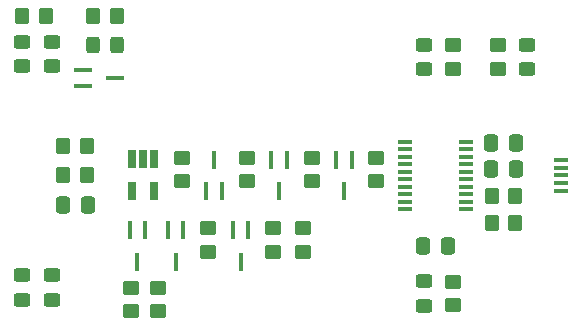
<source format=gbr>
%TF.GenerationSoftware,KiCad,Pcbnew,(6.0.7)*%
%TF.CreationDate,2023-04-03T16:37:46-04:00*%
%TF.ProjectId,minirib-usb,6d696e69-7269-4622-9d75-73622e6b6963,D*%
%TF.SameCoordinates,Original*%
%TF.FileFunction,Paste,Top*%
%TF.FilePolarity,Positive*%
%FSLAX46Y46*%
G04 Gerber Fmt 4.6, Leading zero omitted, Abs format (unit mm)*
G04 Created by KiCad (PCBNEW (6.0.7)) date 2023-04-03 16:37:46*
%MOMM*%
%LPD*%
G01*
G04 APERTURE LIST*
G04 Aperture macros list*
%AMRoundRect*
0 Rectangle with rounded corners*
0 $1 Rounding radius*
0 $2 $3 $4 $5 $6 $7 $8 $9 X,Y pos of 4 corners*
0 Add a 4 corners polygon primitive as box body*
4,1,4,$2,$3,$4,$5,$6,$7,$8,$9,$2,$3,0*
0 Add four circle primitives for the rounded corners*
1,1,$1+$1,$2,$3*
1,1,$1+$1,$4,$5*
1,1,$1+$1,$6,$7*
1,1,$1+$1,$8,$9*
0 Add four rect primitives between the rounded corners*
20,1,$1+$1,$2,$3,$4,$5,0*
20,1,$1+$1,$4,$5,$6,$7,0*
20,1,$1+$1,$6,$7,$8,$9,0*
20,1,$1+$1,$8,$9,$2,$3,0*%
G04 Aperture macros list end*
%ADD10RoundRect,0.250000X0.450000X-0.350000X0.450000X0.350000X-0.450000X0.350000X-0.450000X-0.350000X0*%
%ADD11RoundRect,0.250000X-0.450000X0.325000X-0.450000X-0.325000X0.450000X-0.325000X0.450000X0.325000X0*%
%ADD12R,1.300000X0.450000*%
%ADD13RoundRect,0.250000X-0.450000X0.350000X-0.450000X-0.350000X0.450000X-0.350000X0.450000X0.350000X0*%
%ADD14RoundRect,0.250000X-0.350000X-0.450000X0.350000X-0.450000X0.350000X0.450000X-0.350000X0.450000X0*%
%ADD15RoundRect,0.250000X0.450000X-0.325000X0.450000X0.325000X-0.450000X0.325000X-0.450000X-0.325000X0*%
%ADD16R,0.650000X1.560000*%
%ADD17R,0.450000X1.500000*%
%ADD18RoundRect,0.250000X0.337500X0.475000X-0.337500X0.475000X-0.337500X-0.475000X0.337500X-0.475000X0*%
%ADD19RoundRect,0.250000X0.350000X0.450000X-0.350000X0.450000X-0.350000X-0.450000X0.350000X-0.450000X0*%
%ADD20RoundRect,0.250000X0.325000X0.450000X-0.325000X0.450000X-0.325000X-0.450000X0.325000X-0.450000X0*%
%ADD21RoundRect,0.250000X-0.337500X-0.475000X0.337500X-0.475000X0.337500X0.475000X-0.337500X0.475000X0*%
%ADD22R,1.200000X0.400000*%
%ADD23R,1.500000X0.450000*%
G04 APERTURE END LIST*
D10*
%TO.C,R10*%
X133000000Y-105500000D03*
X133000000Y-103500000D03*
%TD*%
D11*
%TO.C,D3*%
X108500000Y-113475000D03*
X108500000Y-115525000D03*
%TD*%
D12*
%TO.C,J1*%
X154100000Y-106300000D03*
X154100000Y-105650000D03*
X154100000Y-105000000D03*
X154100000Y-104350000D03*
X154100000Y-103700000D03*
%TD*%
D13*
%TO.C,R3*%
X129750000Y-109500000D03*
X129750000Y-111500000D03*
%TD*%
D14*
%TO.C,R1*%
X148255000Y-106750000D03*
X150255000Y-106750000D03*
%TD*%
%TO.C,R14*%
X114500000Y-91500000D03*
X116500000Y-91500000D03*
%TD*%
D15*
%TO.C,D7*%
X142500000Y-96025000D03*
X142500000Y-93975000D03*
%TD*%
D16*
%TO.C,U2*%
X119700000Y-103650000D03*
X118750000Y-103650000D03*
X117800000Y-103650000D03*
X117800000Y-106350000D03*
X119700000Y-106350000D03*
%TD*%
D14*
%TO.C,R13*%
X108500000Y-91500000D03*
X110500000Y-91500000D03*
%TD*%
D17*
%TO.C,Q2*%
X122150000Y-109670000D03*
X120850000Y-109670000D03*
X121500000Y-112330000D03*
%TD*%
D11*
%TO.C,D4*%
X111000000Y-113475000D03*
X111000000Y-115525000D03*
%TD*%
D18*
%TO.C,C2*%
X144537500Y-111000000D03*
X142462500Y-111000000D03*
%TD*%
D10*
%TO.C,R15*%
X122000000Y-105500000D03*
X122000000Y-103500000D03*
%TD*%
D14*
%TO.C,R7*%
X112000000Y-105000000D03*
X114000000Y-105000000D03*
%TD*%
D19*
%TO.C,R6*%
X114000000Y-102500000D03*
X112000000Y-102500000D03*
%TD*%
D10*
%TO.C,R5*%
X117750000Y-116500000D03*
X117750000Y-114500000D03*
%TD*%
D20*
%TO.C,D6*%
X116525000Y-94000000D03*
X114475000Y-94000000D03*
%TD*%
D13*
%TO.C,R12*%
X148750000Y-94000000D03*
X148750000Y-96000000D03*
%TD*%
%TO.C,R16*%
X127500000Y-103500000D03*
X127500000Y-105500000D03*
%TD*%
D21*
%TO.C,C3*%
X111962500Y-107500000D03*
X114037500Y-107500000D03*
%TD*%
D19*
%TO.C,R2*%
X150250000Y-109000000D03*
X148250000Y-109000000D03*
%TD*%
D10*
%TO.C,R11*%
X132250000Y-111500000D03*
X132250000Y-109500000D03*
%TD*%
%TO.C,R18*%
X145000000Y-116000000D03*
X145000000Y-114000000D03*
%TD*%
D17*
%TO.C,Q3*%
X118900000Y-109670000D03*
X117600000Y-109670000D03*
X118250000Y-112330000D03*
%TD*%
D18*
%TO.C,C1*%
X150292500Y-104500000D03*
X148217500Y-104500000D03*
%TD*%
D17*
%TO.C,Q1*%
X127650000Y-109670000D03*
X126350000Y-109670000D03*
X127000000Y-112330000D03*
%TD*%
D13*
%TO.C,R17*%
X145000000Y-94000000D03*
X145000000Y-96000000D03*
%TD*%
D22*
%TO.C,U1*%
X140900000Y-102137500D03*
X140900000Y-102772500D03*
X140900000Y-103407500D03*
X140900000Y-104042500D03*
X140900000Y-104677500D03*
X140900000Y-105312500D03*
X140900000Y-105947500D03*
X140900000Y-106582500D03*
X140900000Y-107217500D03*
X140900000Y-107852500D03*
X146100000Y-107852500D03*
X146100000Y-107217500D03*
X146100000Y-106582500D03*
X146100000Y-105947500D03*
X146100000Y-105312500D03*
X146100000Y-104677500D03*
X146100000Y-104042500D03*
X146100000Y-103407500D03*
X146100000Y-102772500D03*
X146100000Y-102137500D03*
%TD*%
D15*
%TO.C,D2*%
X108500000Y-95750000D03*
X108500000Y-93700000D03*
%TD*%
D23*
%TO.C,Q6*%
X113670000Y-96100000D03*
X113670000Y-97400000D03*
X116330000Y-96750000D03*
%TD*%
D17*
%TO.C,Q4*%
X136400000Y-103670000D03*
X135100000Y-103670000D03*
X135750000Y-106330000D03*
%TD*%
%TO.C,Q5*%
X130900000Y-103670000D03*
X129600000Y-103670000D03*
X130250000Y-106330000D03*
%TD*%
D15*
%TO.C,D1*%
X111000000Y-95750000D03*
X111000000Y-93700000D03*
%TD*%
D18*
%TO.C,C4*%
X150292500Y-102250000D03*
X148217500Y-102250000D03*
%TD*%
D15*
%TO.C,D5*%
X151250000Y-96025000D03*
X151250000Y-93975000D03*
%TD*%
D17*
%TO.C,Q7*%
X124100000Y-106330000D03*
X125400000Y-106330000D03*
X124750000Y-103670000D03*
%TD*%
D13*
%TO.C,R9*%
X138500000Y-103500000D03*
X138500000Y-105500000D03*
%TD*%
D10*
%TO.C,R4*%
X120000000Y-116500000D03*
X120000000Y-114500000D03*
%TD*%
D11*
%TO.C,D8*%
X142500000Y-113975000D03*
X142500000Y-116025000D03*
%TD*%
D13*
%TO.C,R8*%
X124250000Y-109500000D03*
X124250000Y-111500000D03*
%TD*%
M02*

</source>
